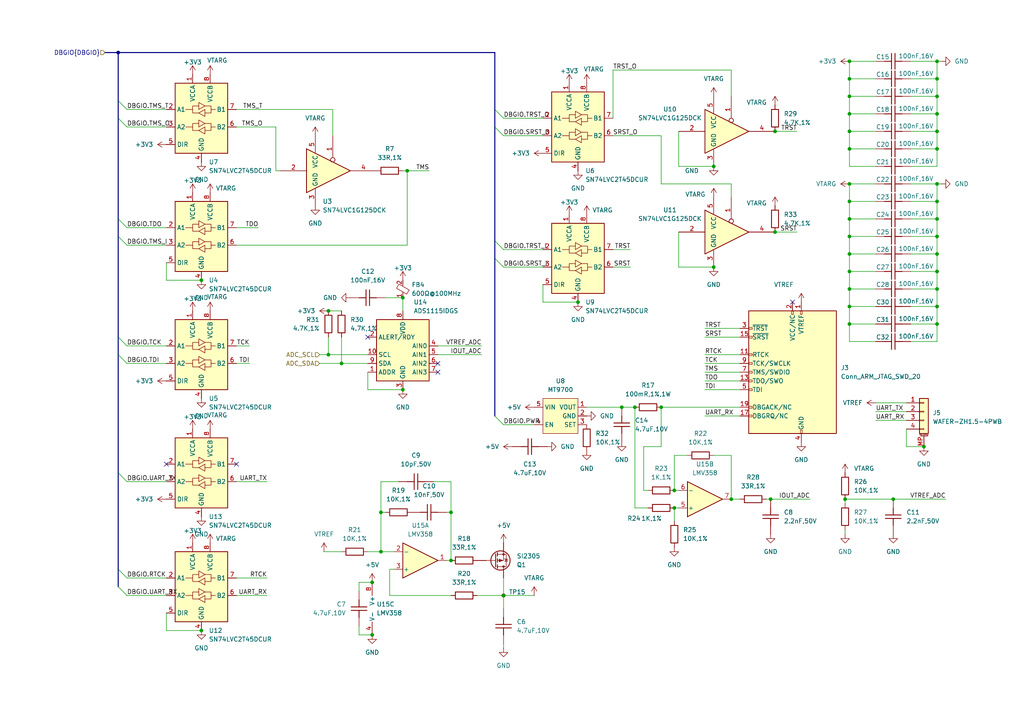
<source format=kicad_sch>
(kicad_sch (version 20250114) (generator "eeschema") (generator_version "9.0")
  (paper "A4")
  (bus_alias "DBGIO" (members "TMS_T" "TMS_I" "TMS_O" "TCK" "TDI" "UART_TX" "UART_RX" "PWR" "TRST_O" "TRST_I" "SRST_O" "SRST_I" "TDO" "RTCK"))
  (junction (at 246.38 17.78))
  (junction (at 271.78 43.18))
  (junction (at 116.84 86.36))
  (junction (at 271.78 78.74))
  (junction (at 180.34 118.11))
  (junction (at 246.38 53.34))
  (junction (at 246.38 33.02))
  (junction (at 271.78 22.86))
  (junction (at 130.81 148.59))
  (junction (at 271.78 33.02))
  (junction (at 271.78 38.1))
  (junction (at 271.78 93.98))
  (junction (at 246.38 22.86))
  (junction (at 110.49 148.59))
  (junction (at 246.38 68.58))
  (junction (at 271.78 83.82))
  (junction (at 246.38 27.94))
  (junction (at 195.58 147.32))
  (junction (at 267.97 129.54))
  (junction (at 245.11 144.78))
  (junction (at 224.79 38.1))
  (junction (at 95.25 102.87))
  (junction (at 271.78 88.9))
  (junction (at 207.01 77.47))
  (junction (at 116.84 113.03))
  (junction (at 34.29 15.24))
  (junction (at 259.08 144.78))
  (junction (at 271.78 53.34))
  (junction (at 271.78 58.42))
  (junction (at 212.09 144.78))
  (junction (at 246.38 93.98))
  (junction (at 167.64 87.63))
  (junction (at 246.38 63.5))
  (junction (at 195.58 142.24))
  (junction (at 118.11 49.53))
  (junction (at 110.49 160.02))
  (junction (at 246.38 73.66))
  (junction (at 271.78 27.94))
  (junction (at 246.38 83.82))
  (junction (at 107.95 168.91))
  (junction (at 246.38 78.74))
  (junction (at 95.25 90.17))
  (junction (at 58.42 81.28))
  (junction (at 146.05 172.72))
  (junction (at 271.78 63.5))
  (junction (at 58.42 182.88))
  (junction (at 224.79 67.31))
  (junction (at 246.38 43.18))
  (junction (at 271.78 73.66))
  (junction (at 271.78 68.58))
  (junction (at 246.38 38.1))
  (junction (at 271.78 17.78))
  (junction (at 223.52 144.78))
  (junction (at 191.77 118.11))
  (junction (at 246.38 58.42))
  (junction (at 184.15 118.11))
  (junction (at 99.06 105.41))
  (junction (at 207.01 48.26))
  (junction (at 107.95 184.15))
  (junction (at 246.38 88.9))
  (junction (at 130.81 162.56))
  (no_connect (at 229.87 87.63))
  (no_connect (at 68.58 134.62))
  (no_connect (at 48.26 134.62))
  (no_connect (at 106.68 97.79))
  (no_connect (at 127 107.95))
  (no_connect (at 127 105.41))
  (bus_entry (at 36.83 71.12) (size -2.54 -2.54))
  (bus_entry (at 36.83 36.83) (size -2.54 -2.54))
  (bus_entry (at 36.83 172.72) (size -2.54 -2.54))
  (bus_entry (at 36.83 105.41) (size -2.54 -2.54))
  (bus_entry (at 36.83 66.04) (size -2.54 -2.54))
  (bus_entry (at 146.05 39.37) (size -2.54 -2.54))
  (bus_entry (at 146.05 72.39) (size -2.54 -2.54))
  (bus_entry (at 143.51 120.65) (size 2.54 2.54))
  (bus_entry (at 36.83 100.33) (size -2.54 -2.54))
  (bus_entry (at 36.83 167.64) (size -2.54 -2.54))
  (bus_entry (at 146.05 77.47) (size -2.54 -2.54))
  (bus_entry (at 36.83 31.75) (size -2.54 -2.54))
  (bus_entry (at 146.05 34.29) (size -2.54 -2.54))
  (bus_entry (at 36.83 139.7) (size -2.54 -2.54))
  (wire (pts (xy 195.58 147.32) (xy 196.85 147.32)))
  (wire (pts (xy 196.85 38.1) (xy 196.85 48.26)))
  (wire (pts (xy 177.8 20.32) (xy 212.09 20.32)))
  (wire (pts (xy 186.69 129.54) (xy 191.77 129.54)))
  (wire (pts (xy 199.39 132.08) (xy 195.58 132.08)))
  (wire (pts (xy 95.25 90.17) (xy 99.06 90.17)))
  (wire (pts (xy 271.78 78.74) (xy 271.78 83.82)))
  (wire (pts (xy 196.85 48.26) (xy 207.01 48.26)))
  (wire (pts (xy 246.38 33.02) (xy 246.38 38.1)))
  (wire (pts (xy 246.38 58.42) (xy 246.38 63.5)))
  (wire (pts (xy 80.01 36.83) (xy 80.01 49.53)))
  (wire (pts (xy 245.11 154.94) (xy 245.11 153.67)))
  (wire (pts (xy 186.69 142.24) (xy 187.96 142.24)))
  (wire (pts (xy 170.18 118.11) (xy 180.34 118.11)))
  (wire (pts (xy 191.77 129.54) (xy 191.77 118.11)))
  (wire (pts (xy 104.14 171.45) (xy 104.14 168.91)))
  (wire (pts (xy 36.83 36.83) (xy 48.26 36.83)))
  (wire (pts (xy 271.78 93.98) (xy 271.78 99.06)))
  (wire (pts (xy 77.47 172.72) (xy 68.58 172.72)))
  (wire (pts (xy 246.38 68.58) (xy 254 68.58)))
  (wire (pts (xy 254 116.84) (xy 262.89 116.84)))
  (wire (pts (xy 246.38 78.74) (xy 254 78.74)))
  (wire (pts (xy 264.16 33.02) (xy 271.78 33.02)))
  (wire (pts (xy 129.54 148.59) (xy 130.81 148.59)))
  (wire (pts (xy 130.81 148.59) (xy 130.81 162.56)))
  (wire (pts (xy 92.71 105.41) (xy 99.06 105.41)))
  (wire (pts (xy 113.03 172.72) (xy 130.81 172.72)))
  (bus (pts (xy 34.29 63.5) (xy 34.29 34.29)))
  (bus (pts (xy 34.29 102.87) (xy 34.29 137.16)))
  (wire (pts (xy 113.03 165.1) (xy 113.03 172.72)))
  (wire (pts (xy 96.52 31.75) (xy 96.52 39.37)))
  (wire (pts (xy 246.38 63.5) (xy 254 63.5)))
  (wire (pts (xy 264.16 83.82) (xy 271.78 83.82)))
  (wire (pts (xy 231.14 38.1) (xy 224.79 38.1)))
  (wire (pts (xy 92.71 102.87) (xy 95.25 102.87)))
  (wire (pts (xy 271.78 38.1) (xy 271.78 43.18)))
  (wire (pts (xy 271.78 53.34) (xy 264.16 53.34)))
  (wire (pts (xy 246.38 48.26) (xy 254 48.26)))
  (wire (pts (xy 212.09 20.32) (xy 212.09 27.94)))
  (wire (pts (xy 264.16 63.5) (xy 271.78 63.5)))
  (wire (pts (xy 48.26 182.88) (xy 58.42 182.88)))
  (wire (pts (xy 271.78 43.18) (xy 271.78 48.26)))
  (wire (pts (xy 271.78 63.5) (xy 271.78 68.58)))
  (wire (pts (xy 246.38 58.42) (xy 254 58.42)))
  (wire (pts (xy 212.09 57.15) (xy 212.09 53.34)))
  (wire (pts (xy 204.47 113.03) (xy 214.63 113.03)))
  (wire (pts (xy 191.77 39.37) (xy 191.77 53.34)))
  (wire (pts (xy 177.8 39.37) (xy 191.77 39.37)))
  (wire (pts (xy 180.34 118.11) (xy 184.15 118.11)))
  (wire (pts (xy 264.16 58.42) (xy 271.78 58.42)))
  (wire (pts (xy 36.83 167.64) (xy 48.26 167.64)))
  (wire (pts (xy 246.38 22.86) (xy 254 22.86)))
  (wire (pts (xy 264.16 93.98) (xy 271.78 93.98)))
  (wire (pts (xy 204.47 107.95) (xy 214.63 107.95)))
  (wire (pts (xy 246.38 78.74) (xy 246.38 83.82)))
  (wire (pts (xy 195.58 147.32) (xy 195.58 151.13)))
  (wire (pts (xy 113.03 165.1) (xy 114.3 165.1)))
  (wire (pts (xy 182.88 72.39) (xy 177.8 72.39)))
  (wire (pts (xy 246.38 38.1) (xy 254 38.1)))
  (wire (pts (xy 157.48 87.63) (xy 167.64 87.63)))
  (wire (pts (xy 246.38 43.18) (xy 254 43.18)))
  (wire (pts (xy 48.26 177.8) (xy 48.26 182.88)))
  (wire (pts (xy 245.11 146.05) (xy 245.11 144.78)))
  (wire (pts (xy 271.78 17.78) (xy 264.16 17.78)))
  (wire (pts (xy 48.26 81.28) (xy 58.42 81.28)))
  (wire (pts (xy 191.77 118.11) (xy 214.63 118.11)))
  (wire (pts (xy 212.09 53.34) (xy 191.77 53.34)))
  (wire (pts (xy 246.38 93.98) (xy 254 93.98)))
  (wire (pts (xy 212.09 144.78) (xy 214.63 144.78)))
  (wire (pts (xy 48.26 76.2) (xy 48.26 81.28)))
  (wire (pts (xy 246.38 53.34) (xy 246.38 58.42)))
  (wire (pts (xy 246.38 27.94) (xy 246.38 33.02)))
  (wire (pts (xy 36.83 172.72) (xy 48.26 172.72)))
  (wire (pts (xy 254 119.38) (xy 262.89 119.38)))
  (wire (pts (xy 254 121.92) (xy 262.89 121.92)))
  (wire (pts (xy 264.16 73.66) (xy 271.78 73.66)))
  (wire (pts (xy 106.68 113.03) (xy 116.84 113.03)))
  (wire (pts (xy 246.38 17.78) (xy 254 17.78)))
  (wire (pts (xy 246.38 73.66) (xy 254 73.66)))
  (wire (pts (xy 264.16 88.9) (xy 271.78 88.9)))
  (wire (pts (xy 204.47 110.49) (xy 214.63 110.49)))
  (bus (pts (xy 30.48 15.24) (xy 34.29 15.24)))
  (wire (pts (xy 125.73 139.7) (xy 130.81 139.7)))
  (wire (pts (xy 222.25 144.78) (xy 223.52 144.78)))
  (wire (pts (xy 246.38 73.66) (xy 246.38 78.74)))
  (wire (pts (xy 246.38 63.5) (xy 246.38 68.58)))
  (wire (pts (xy 146.05 34.29) (xy 157.48 34.29)))
  (wire (pts (xy 204.47 120.65) (xy 214.63 120.65)))
  (wire (pts (xy 271.78 58.42) (xy 271.78 63.5)))
  (wire (pts (xy 196.85 77.47) (xy 207.01 77.47)))
  (wire (pts (xy 264.16 27.94) (xy 271.78 27.94)))
  (bus (pts (xy 34.29 165.1) (xy 34.29 137.16)))
  (wire (pts (xy 157.48 82.55) (xy 157.48 87.63)))
  (wire (pts (xy 110.49 148.59) (xy 110.49 160.02)))
  (wire (pts (xy 246.38 22.86) (xy 246.38 27.94)))
  (wire (pts (xy 271.78 22.86) (xy 271.78 27.94)))
  (wire (pts (xy 146.05 39.37) (xy 157.48 39.37)))
  (wire (pts (xy 246.38 99.06) (xy 254 99.06)))
  (wire (pts (xy 264.16 68.58) (xy 271.78 68.58)))
  (wire (pts (xy 204.47 97.79) (xy 214.63 97.79)))
  (wire (pts (xy 196.85 67.31) (xy 196.85 77.47)))
  (wire (pts (xy 146.05 72.39) (xy 157.48 72.39)))
  (wire (pts (xy 262.89 124.46) (xy 262.89 129.54)))
  (wire (pts (xy 146.05 176.53) (xy 146.05 172.72)))
  (bus (pts (xy 143.51 69.85) (xy 143.51 74.93)))
  (wire (pts (xy 104.14 168.91) (xy 107.95 168.91)))
  (wire (pts (xy 264.16 78.74) (xy 271.78 78.74)))
  (wire (pts (xy 68.58 71.12) (xy 118.11 71.12)))
  (wire (pts (xy 246.38 68.58) (xy 246.38 73.66)))
  (wire (pts (xy 207.01 132.08) (xy 212.09 132.08)))
  (wire (pts (xy 246.38 53.34) (xy 254 53.34)))
  (wire (pts (xy 246.38 38.1) (xy 246.38 43.18)))
  (wire (pts (xy 224.79 67.31) (xy 231.14 67.31)))
  (wire (pts (xy 246.38 43.18) (xy 246.38 48.26)))
  (wire (pts (xy 138.43 172.72) (xy 146.05 172.72)))
  (wire (pts (xy 72.39 100.33) (xy 68.58 100.33)))
  (wire (pts (xy 177.8 20.32) (xy 177.8 34.29)))
  (wire (pts (xy 118.11 49.53) (xy 116.84 49.53)))
  (wire (pts (xy 110.49 160.02) (xy 114.3 160.02)))
  (wire (pts (xy 104.14 184.15) (xy 107.95 184.15)))
  (wire (pts (xy 271.78 27.94) (xy 271.78 33.02)))
  (wire (pts (xy 146.05 77.47) (xy 157.48 77.47)))
  (bus (pts (xy 34.29 97.79) (xy 34.29 68.58)))
  (wire (pts (xy 271.78 73.66) (xy 271.78 78.74)))
  (wire (pts (xy 116.84 86.36) (xy 116.84 90.17)))
  (wire (pts (xy 264.16 43.18) (xy 271.78 43.18)))
  (bus (pts (xy 143.51 36.83) (xy 143.51 69.85)))
  (wire (pts (xy 36.83 139.7) (xy 48.26 139.7)))
  (wire (pts (xy 146.05 186.69) (xy 146.05 187.96)))
  (wire (pts (xy 111.76 148.59) (xy 110.49 148.59)))
  (wire (pts (xy 246.38 83.82) (xy 254 83.82)))
  (wire (pts (xy 195.58 132.08) (xy 195.58 142.24)))
  (wire (pts (xy 36.83 71.12) (xy 48.26 71.12)))
  (wire (pts (xy 204.47 102.87) (xy 214.63 102.87)))
  (wire (pts (xy 262.89 129.54) (xy 267.97 129.54)))
  (wire (pts (xy 246.38 33.02) (xy 254 33.02)))
  (wire (pts (xy 245.11 144.78) (xy 259.08 144.78)))
  (wire (pts (xy 204.47 95.25) (xy 214.63 95.25)))
  (wire (pts (xy 271.78 88.9) (xy 271.78 93.98)))
  (wire (pts (xy 146.05 123.19) (xy 154.94 123.19)))
  (wire (pts (xy 106.68 160.02) (xy 110.49 160.02)))
  (wire (pts (xy 246.38 88.9) (xy 246.38 93.98)))
  (wire (pts (xy 139.7 102.87) (xy 127 102.87)))
  (wire (pts (xy 264.16 99.06) (xy 271.78 99.06)))
  (wire (pts (xy 95.25 97.79) (xy 95.25 102.87)))
  (wire (pts (xy 154.94 172.72) (xy 146.05 172.72)))
  (bus (pts (xy 143.51 15.24) (xy 143.51 31.75)))
  (wire (pts (xy 106.68 107.95) (xy 106.68 113.03)))
  (wire (pts (xy 72.39 105.41) (xy 68.58 105.41)))
  (wire (pts (xy 273.05 53.34) (xy 271.78 53.34)))
  (wire (pts (xy 130.81 162.56) (xy 129.54 162.56)))
  (wire (pts (xy 195.58 142.24) (xy 196.85 142.24)))
  (wire (pts (xy 77.47 139.7) (xy 68.58 139.7)))
  (wire (pts (xy 36.83 100.33) (xy 48.26 100.33)))
  (wire (pts (xy 186.69 129.54) (xy 186.69 142.24)))
  (bus (pts (xy 34.29 15.24) (xy 143.51 15.24)))
  (wire (pts (xy 246.38 93.98) (xy 246.38 99.06)))
  (wire (pts (xy 93.98 160.02) (xy 99.06 160.02)))
  (wire (pts (xy 264.16 22.86) (xy 271.78 22.86)))
  (wire (pts (xy 99.06 105.41) (xy 106.68 105.41)))
  (bus (pts (xy 34.29 170.18) (xy 34.29 165.1)))
  (wire (pts (xy 36.83 31.75) (xy 48.26 31.75)))
  (bus (pts (xy 143.51 74.93) (xy 143.51 120.65)))
  (bus (pts (xy 34.29 29.21) (xy 34.29 15.24)))
  (bus (pts (xy 34.29 34.29) (xy 34.29 29.21)))
  (wire (pts (xy 271.78 83.82) (xy 271.78 88.9)))
  (bus (pts (xy 34.29 102.87) (xy 34.29 97.79)))
  (wire (pts (xy 264.16 38.1) (xy 271.78 38.1)))
  (bus (pts (xy 34.29 68.58) (xy 34.29 63.5)))
  (wire (pts (xy 111.76 86.36) (xy 116.84 86.36)))
  (wire (pts (xy 273.05 17.78) (xy 271.78 17.78)))
  (wire (pts (xy 271.78 33.02) (xy 271.78 38.1)))
  (wire (pts (xy 259.08 144.78) (xy 274.32 144.78)))
  (wire (pts (xy 130.81 139.7) (xy 130.81 148.59)))
  (wire (pts (xy 246.38 17.78) (xy 246.38 22.86)))
  (wire (pts (xy 212.09 132.08) (xy 212.09 144.78)))
  (wire (pts (xy 139.7 100.33) (xy 127 100.33)))
  (wire (pts (xy 182.88 77.47) (xy 177.8 77.47)))
  (wire (pts (xy 246.38 88.9) (xy 254 88.9)))
  (wire (pts (xy 118.11 49.53) (xy 118.11 71.12)))
  (wire (pts (xy 80.01 49.53) (xy 81.28 49.53)))
  (wire (pts (xy 104.14 181.61) (xy 104.14 184.15)))
  (wire (pts (xy 110.49 139.7) (xy 110.49 148.59)))
  (wire (pts (xy 146.05 167.64) (xy 146.05 172.72)))
  (wire (pts (xy 271.78 68.58) (xy 271.78 73.66)))
  (wire (pts (xy 184.15 118.11) (xy 184.15 147.32)))
  (wire (pts (xy 36.83 105.41) (xy 48.26 105.41)))
  (wire (pts (xy 223.52 144.78) (xy 234.95 144.78)))
  (wire (pts (xy 110.49 139.7) (xy 115.57 139.7)))
  (wire (pts (xy 246.38 27.94) (xy 254 27.94)))
  (wire (pts (xy 204.47 105.41) (xy 214.63 105.41)))
  (wire (pts (xy 118.11 49.53) (xy 124.4927 49.53)))
  (wire (pts (xy 36.83 66.04) (xy 48.26 66.04)))
  (bus (pts (xy 143.51 31.75) (xy 143.51 36.83)))
  (wire (pts (xy 187.96 147.32) (xy 184.15 147.32)))
  (wire (pts (xy 68.58 36.83) (xy 80.01 36.83)))
  (wire (pts (xy 99.06 97.79) (xy 99.06 105.41)))
  (wire (pts (xy 271.78 53.34) (xy 271.78 58.42)))
  (wire (pts (xy 246.38 83.82) (xy 246.38 88.9)))
  (wire (pts (xy 77.47 167.64) (xy 68.58 167.64)))
  (wire (pts (xy 271.78 17.78) (xy 271.78 22.86)))
  (wire (pts (xy 74.93 66.04) (xy 68.58 66.04)))
  (wire (pts (xy 264.16 48.26) (xy 271.78 48.26)))
  (wire (pts (xy 68.58 31.75) (xy 96.52 31.75)))
  (wire (pts (xy 95.25 102.87) (xy 106.68 102.87)))
  (label "TCK" (at 204.47 105.41 0))
  (label "DBGIO.TRST_I" (at 146.0773 72.39 0))
  (label "SRST_O" (at 177.8 39.37 0))
  (label "TMS_O" (at 76.2 36.83 180))
  (label "DBGIO.TMS_O" (at 36.83 36.83 0))
  (label "TRST" (at 182.88 72.39 180))
  (label "TDI" (at 204.47 113.03 0))
  (label "TDO" (at 74.93 66.04 180))
  (label "DBGIO.TDI" (at 36.83 105.41 0))
  (label "UART_TX" (at 77.47 139.7 180))
  (label "UART_RX" (at 254 121.92 0))
  (label "SRST" (at 182.88 77.47 180))
  (label "DBGIO.SRST_O" (at 146.05 39.37 0))
  (label "DBGIO.UART_TX" (at 36.83 139.7 0))
  (label "RTCK" (at 77.47 167.64 180))
  (label "VTREF_ADC" (at 139.7 100.33 180))
  (label "DBGIO.TRST_O" (at 146.0773 34.29 0))
  (label "TRST" (at 204.47 95.25 0))
  (label "DBGIO.TMS_T" (at 36.83 31.75 0))
  (label "RTCK" (at 204.47 102.87 0))
  (label "TMS" (at 204.47 107.95 0))
  (label "TRST" (at 231.14 38.1 180))
  (label "TRST_O" (at 177.8 20.32 0))
  (label "DBGIO.PWR" (at 146.05 123.19 0))
  (label "SRST" (at 231.14 67.31 180))
  (label "SRST" (at 204.47 97.79 0))
  (label "TMS_T" (at 76.2 31.75 180))
  (label "IOUT_ADC" (at 139.7 102.87 180))
  (label "DBGIO.RTCK" (at 36.83 167.64 0))
  (label "DBGIO.TMS_I" (at 36.83 71.12 0))
  (label "DBGIO.TCK" (at 36.83 100.33 0))
  (label "IOUT_ADC" (at 234.95 144.78 180))
  (label "VTREF_ADC" (at 274.32 144.78 180))
  (label "TMS" (at 124.4927 49.53 180))
  (label "UART_TX" (at 254 119.38 0))
  (label "UART_RX" (at 77.47 172.72 180))
  (label "TDO" (at 204.47 110.49 0))
  (label "DBGIO.TDO" (at 36.83 66.04 0))
  (label "TCK" (at 72.39 100.33 180))
  (label "DBGIO.SRST_I" (at 146.05 77.47 0))
  (label "DBGIO.UART_RX" (at 36.83 172.72 0))
  (label "TDI" (at 72.39 105.41 180))
  (label "UART_RX" (at 204.47 120.65 0))
  (hierarchical_label "ADC_SCL" (shape input) (at 92.71 102.87 180))
  (hierarchical_label "ADC_SDA" (shape input) (at 92.71 105.41 180))
  (hierarchical_label "DBGIO{DBGIO}" (shape input) (at 30.48 15.24 180))
  (symbol (lib_id "Amplifier_Operational:LMV358") (at 121.92 162.56 0) (mirror x) (unit 1)
    (property "Reference" "U15" (at 121.92 152.4 0))
    (property "Value" "LMV358" (at 121.92 154.94 0))
    (property "Footprint" "Package_SO:SOIC-8_3.9x4.9mm_P1.27mm" (effects (hide yes)))
    (property "Datasheet" "http://www.ti.com/lit/ds/symlink/lmv324.pdf" (effects (hide yes)))
    (property "Description" "Dual Low-Voltage Rail-to-Rail Output Operational Amplifiers, SOIC-8/SSOP-8" (effects (hide yes)))
  )
  (symbol (lib_id "power:GND") (at 273.05 53.34 90) (unit 1)
    (property "Reference" "#PWR0103" (effects (hide yes)))
    (property "Value" "GND" (at 276.86 53.3399 90) (effects (justify right)))
    (property "Description" "Power symbol creates a global label with name \"GND\" , ground" (effects (hide yes)))
  )
  (symbol (lib_id "power:GND") (at 180.34 128.27 0) (unit 1)
    (property "Reference" "#PWR099" (effects (hide yes)))
    (property "Value" "GND" (at 180.34 133.35 0))
    (property "Description" "Power symbol creates a global label with name \"GND\" , ground" (effects (hide yes)))
  )
  (symbol (lib_id "power:GND") (at 58.42 46.99 0) (unit 1)
    (property "Reference" "#PWR052" (effects (hide yes)))
    (property "Value" "GND" (at 58.42 52.07 0))
    (property "Description" "Power symbol creates a global label with name \"GND\" , ground" (effects (hide yes)))
  )
  (symbol (lib_id "Logic_LevelTranslator:SN74LVC2T45DCUR") (at 58.42 102.87 0) (unit 1)
    (property "Reference" "U5" (at 60.5633 115.57 0) (effects (justify left)))
    (property "Value" "SN74LVC2T45DCUR" (at 60.5633 118.11 0) (effects (justify left)))
    (property "Footprint" "Package_SO:VSSOP-8_2.3x2mm_P0.5mm" (effects (hide yes)))
    (property "Datasheet" "http://www.ti.com/lit/ds/symlink/sn74lvc2t45.pdf" (effects (hide yes)))
    (property "Description" "Dual-Bit Dual-Supply Bus Transceiver With Configurable Voltage Translation and 3-State Outputs, VSSOP-8" (effects (hide yes)))
  )
  (symbol (lib_id "power:GND") (at 58.42 149.86 0) (unit 1)
    (property "Reference" "#PWR076" (effects (hide yes)))
    (property "Value" "GND" (at 58.42 154.94 0))
    (property "Description" "Power symbol creates a global label with name \"GND\" , ground" (effects (hide yes)))
  )
  (symbol (lib_id "HPM6280Foc:CC0402KRX7R7BB104") (at 259.08 68.58 0) (unit 1)
    (property "Reference" "C25" (at 256.032 67.31 0))
    (property "Value" "100nF,16V" (at 265.684 67.056 0))
    (property "Footprint" "Capacitor_SMD:C_0402_1005Metric" (effects (hide yes)))
    (property "华秋编号" "G0042289" (effects (hide yes)))
    (property "立创编号" "C60474" (effects (hide yes)))
    (property "制造商" "YAGEO(国巨)" (effects (hide yes)))
  )
  (symbol (lib_id "power:GND") (at 58.42 182.88 0) (unit 1)
    (property "Reference" "#PWR072" (effects (hide yes)))
    (property "Value" "GND" (at 58.42 187.96 0))
    (property "Description" "Power symbol creates a global label with name \"GND\" , ground" (effects (hide yes)))
  )
  (symbol (lib_id "power:+1V0") (at 60.96 21.59 0) (unit 1)
    (property "Reference" "#PWR046" (effects (hide yes)))
    (property "Value" "VTARG" (at 62.992 17.526 0))
    (property "Description" "Power symbol creates a global label with name \"+1V0\"" (effects (hide yes)))
  )
  (symbol (lib_id "power:+3V3") (at 48.26 41.91 90) (unit 1)
    (property "Reference" "#PWR53" (effects (hide yes)))
    (property "Value" "+3V3" (at 44.45 41.9099 90) (effects (justify left)))
    (property "Description" "Power symbol creates a global label with name \"+3V3\"" (effects (hide yes)))
  )
  (symbol (lib_id "HPM6280Foc:0402WGF330JTCE") (at 134.62 162.56 0) (unit 1)
    (property "Reference" "R18" (at 134.62 156.21 0))
    (property "Value" "33R,1%" (at 134.62 158.75 0))
    (property "Footprint" "Resistor_SMD:R_0402_1005Metric" (effects (hide yes)))
    (property "Datasheet" "https://item.szlcsc.com/datasheet/RC0201FR-0733RL/280211.html?spm=sc.it.xds.a___sc.cidn.xh1.zy.n&lcsc_vid=QwNcXlxQFQcLXlxWEwBbBlMDTgAMBAZTEwNcU1EARVkxVlNTTlVZUVdTQVNXVDtW" (effects (hide yes)))
    (property "Description" "厚膜电阻 33Ω ±1% 50mW" (effects (hide yes)))
    (property "立创编号" "C25105" (effects (hide yes)))
    (property "华秋编号" "G0064864" (effects (hide yes)))
  )
  (symbol (lib_id "power:+3V3") (at 116.84 81.28 0) (unit 1)
    (property "Reference" "#PWR089" (effects (hide yes)))
    (property "Value" "+3V3" (at 116.84 77.724 0))
    (property "Description" "Power symbol creates a global label with name \"+3V3\"" (effects (hide yes)))
  )
  (symbol (lib_id "HPM6280Foc:CC0402JRNPO9BN100") (at 120.65 139.7 0) (unit 1)
    (property "Reference" "C9" (at 120.65 132.08 0))
    (property "Value" "10pF,50V" (at 120.65 134.62 0))
    (property "Footprint" "Capacitor_SMD:C_0402_1005Metric" (effects (hide yes)))
    (property "华秋编号" "G0050822" (effects (hide yes)))
    (property "立创编号" "C106199" (effects (hide yes)))
    (property "制造商" "YAGEO(国巨)" (effects (hide yes)))
  )
  (symbol (lib_id "HPM6280Foc:0402WGF1002TCE") (at 245.11 140.97 270) (unit 1)
    (property "Reference" "R26" (at 247.65 139.6999 90) (effects (justify left)))
    (property "Value" "10K,1%" (at 247.65 142.2399 90) (effects (justify left)))
    (property "Footprint" "Resistor_SMD:R_0402_1005Metric" (effects (hide yes)))
    (property "Datasheet" "https://atta.szlcsc.com/upload/public/pdf/source/20200306/C422600_1E6D84923E4A46A82E41ADD87F860B5C.pdf" (effects (hide yes)))
    (property "Description" "厚膜电阻 33Ω ±1% 50mW" (effects (hide yes)))
    (property "立创编号" "C25744" (effects (hide yes)))
    (property "华秋编号" "G0063278" (effects (hide yes)))
  )
  (symbol (lib_id "power:+3V3") (at 55.88 157.48 0) (unit 1)
    (property "Reference" "#PWR70" (effects (hide yes)))
    (property "Value" "+3V3" (at 55.88 153.924 0))
    (property "Description" "Power symbol creates a global label with name \"+3V3\"" (effects (hide yes)))
  )
  (symbol (lib_id "power:GND") (at 259.08 154.94 0) (unit 1)
    (property "Reference" "#PWR092" (effects (hide yes)))
    (property "Value" "GND" (at 259.08 160.02 0))
    (property "Description" "Power symbol creates a global label with name \"GND\" , ground" (effects (hide yes)))
  )
  (symbol (lib_id "power:GND") (at 273.05 17.78 90) (unit 1)
    (property "Reference" "#PWR0101" (effects (hide yes)))
    (property "Value" "GND" (at 276.86 17.7799 90) (effects (justify right)))
    (property "Description" "Power symbol creates a global label with name \"GND\" , ground" (effects (hide yes)))
  )
  (symbol (lib_id "power:+1V0") (at 224.79 59.69 0) (unit 1)
    (property "Reference" "#PWR0107" (effects (hide yes)))
    (property "Value" "VTARG" (at 219.456 58.928 0))
    (property "Description" "Power symbol creates a global label with name \"+1V0\"" (effects (hide yes)))
  )
  (symbol (lib_id "power:GND") (at 167.64 87.63 0) (unit 1)
    (property "Reference" "#PWR064" (effects (hide yes)))
    (property "Value" "GND" (at 167.64 92.71 0))
    (property "Description" "Power symbol creates a global label with name \"GND\" , ground" (effects (hide yes)))
  )
  (symbol (lib_id "HPM6280Foc:CC0402KRX7R7BB104") (at 259.08 27.94 0) (unit 1)
    (property "Reference" "C17" (at 256.032 26.67 0))
    (property "Value" "100nF,16V" (at 265.684 26.416 0))
    (property "Footprint" "Capacitor_SMD:C_0402_1005Metric" (effects (hide yes)))
    (property "华秋编号" "G0042289" (effects (hide yes)))
    (property "立创编号" "C60474" (effects (hide yes)))
    (property "制造商" "YAGEO(国巨)" (effects (hide yes)))
  )
  (symbol (lib_id "HPM6280Foc:CC0402KRX7R9BB103") (at 124.46 148.59 0) (unit 1)
    (property "Reference" "C10" (at 124.46 140.97 0))
    (property "Value" "10nF,50V" (at 124.46 143.51 0))
    (property "Footprint" "Capacitor_SMD:C_0402_1005Metric" (effects (hide yes)))
    (property "Description" "10nF ±10% 50V" (effects (hide yes)))
    (property "立创编号" "C60133" (effects (hide yes)))
  )
  (symbol (lib_id "power:GND") (at 223.52 154.94 0) (unit 1)
    (property "Reference" "#PWR091" (effects (hide yes)))
    (property "Value" "GND" (at 223.52 160.02 0))
    (property "Description" "Power symbol creates a global label with name \"GND\" , ground" (effects (hide yes)))
  )
  (symbol (lib_id "power:+5V") (at 148.59 129.54 90) (mirror x) (unit 1)
    (property "Reference" "#PWR097" (effects (hide yes)))
    (property "Value" "+5V" (at 144.78 129.5399 90) (effects (justify left)))
    (property "Description" "Power symbol creates a global label with name \"+5V\"" (effects (hide yes)))
  )
  (symbol (lib_id "HPM6280Foc:0402WGF4701TCE") (at 224.79 34.29 90) (unit 1)
    (property "Reference" "R29" (at 227.33 33.0199 90) (effects (justify right)))
    (property "Value" "4.7K,1%" (at 227.33 35.5599 90) (effects (justify right)))
    (property "Footprint" "Resistor_SMD:R_0402_1005Metric" (effects (hide yes)))
    (property "华秋编号" "G0065579" (effects (hide yes)))
    (property "立创编号" "C25900" (effects (hide yes)))
    (property "制造商" "UNI-ROYAL(厚声)" (effects (hide yes)))
  )
  (symbol (lib_id "HPM6280Foc:CC0402KRX7R7BB104") (at 259.08 88.9 0) (unit 1)
    (property "Reference" "C30" (at 256.032 87.63 0))
    (property "Value" "100nF,16V" (at 265.684 87.376 0))
    (property "Footprint" "Capacitor_SMD:C_0402_1005Metric" (effects (hide yes)))
    (property "华秋编号" "G0042289" (effects (hide yes)))
    (property "立创编号" "C60474" (effects (hide yes)))
    (property "制造商" "YAGEO(国巨)" (effects (hide yes)))
  )
  (symbol (lib_id "power:+1V0") (at 60.96 157.48 0) (unit 1)
    (property "Reference" "#PWR071" (effects (hide yes)))
    (property "Value" "VTARG" (at 65.532 156.21 0))
    (property "Description" "Power symbol creates a global label with name \"+1V0\"" (effects (hide yes)))
  )
  (symbol (lib_id "74xGxx:SN74LVC1G125DCK") (at 212.09 38.1 0) (unit 1)
    (property "Reference" "U10" (at 194.31 31.6798 0))
    (property "Value" "SN74LVC1G125DCK" (at 194.31 34.2198 0))
    (property "Footprint" "Package_TO_SOT_SMD:Texas_R-PDSO-G5_DCK-5" (effects (hide yes)))
    (property "Datasheet" "http://www.ti.com/lit/ds/symlink/sn74lvc1g125.pdf" (effects (hide yes)))
    (property "Description" "Single Buffer Gate Tri-State, Low-Voltage CMOS, SOT-353" (effects (hide yes)))
  )
  (symbol (lib_id "HPM6280Foc:0402WGF330JTCE") (at 218.44 144.78 0) (unit 1)
    (property "Reference" "R28" (at 218.44 138.43 0))
    (property "Value" "33R,1%" (at 218.44 140.97 0))
    (property "Footprint" "Resistor_SMD:R_0402_1005Metric" (effects (hide yes)))
    (property "Datasheet" "https://item.szlcsc.com/datasheet/RC0201FR-0733RL/280211.html?spm=sc.it.xds.a___sc.cidn.xh1.zy.n&lcsc_vid=QwNcXlxQFQcLXlxWEwBbBlMDTgAMBAZTEwNcU1EARVkxVlNTTlVZUVdTQVNXVDtW" (effects (hide yes)))
    (property "Description" "厚膜电阻 33Ω ±1% 50mW" (effects (hide yes)))
    (property "立创编号" "C25105" (effects (hide yes)))
    (property "华秋编号" "G0064864" (effects (hide yes)))
  )
  (symbol (lib_id "Amplifier_Operational:LMV358") (at 204.47 144.78 0) (mirror x) (unit 2)
    (property "Reference" "U15" (at 204.47 134.62 0))
    (property "Value" "LMV358" (at 204.47 137.16 0))
    (property "Footprint" "Package_SO:SOIC-8_3.9x4.9mm_P1.27mm" (effects (hide yes)))
    (property "Datasheet" "http://www.ti.com/lit/ds/symlink/lmv324.pdf" (effects (hide yes)))
    (property "Description" "Dual Low-Voltage Rail-to-Rail Output Operational Amplifiers, SOIC-8/SSOP-8" (effects (hide yes)))
  )
  (symbol (lib_id "HPM6280Foc:CC0402KRX7R7BB104") (at 259.08 93.98 0) (unit 1)
    (property "Reference" "C31" (at 256.032 92.71 0))
    (property "Value" "100nF,16V" (at 265.684 92.456 0))
    (property "Footprint" "Capacitor_SMD:C_0402_1005Metric" (effects (hide yes)))
    (property "华秋编号" "G0042289" (effects (hide yes)))
    (property "立创编号" "C60474" (effects (hide yes)))
    (property "制造商" "YAGEO(国巨)" (effects (hide yes)))
  )
  (symbol (lib_id "power:+3V3") (at 165.1 24.13 0) (unit 1)
    (property "Reference" "#PWR58" (effects (hide yes)))
    (property "Value" "+3V3" (at 165.1 20.574 0))
    (property "Description" "Power symbol creates a global label with name \"+3V3\"" (effects (hide yes)))
  )
  (symbol (lib_id "Logic_LevelTranslator:SN74LVC2T45DCUR") (at 58.42 137.16 0) (unit 1)
    (property "Reference" "U13" (at 60.5633 149.86 0) (effects (justify left)))
    (property "Value" "SN74LVC2T45DCUR" (at 60.5633 152.4 0) (effects (justify left)))
    (property "Footprint" "Package_SO:VSSOP-8_2.3x2mm_P0.5mm" (effects (hide yes)))
    (property "Datasheet" "http://www.ti.com/lit/ds/symlink/sn74lvc2t45.pdf" (effects (hide yes)))
    (property "Description" "Dual-Bit Dual-Supply Bus Transceiver With Configurable Voltage Translation and 3-State Outputs, VSSOP-8" (effects (hide yes)))
  )
  (symbol (lib_id "HPM6280Foc:CL05A475KP5NRNC") (at 180.34 123.19 90) (unit 1)
    (property "Reference" "C14" (at 184.15 121.9199 90) (effects (justify right)))
    (property "Value" "4.7uF,10V" (at 184.15 124.4599 90) (effects (justify right)))
    (property "Footprint" "Capacitor_SMD:C_0402_1005Metric" (effects (hide yes)))
    (property "华秋编号" "G0087913" (effects (hide yes)))
    (property "立创编号" "C368809" (effects (hide yes)))
    (property "制造商" "SAMSUNG(三星)" (effects (hide yes)))
  )
  (symbol (lib_id "HPM6280Foc:CC0402KRX7R7BB104") (at 259.08 48.26 0) (unit 1)
    (property "Reference" "C21" (at 256.032 46.99 0))
    (property "Value" "100nF,16V" (at 265.684 46.736 0))
    (property "Footprint" "Capacitor_SMD:C_0402_1005Metric" (effects (hide yes)))
    (property "华秋编号" "G0042289" (effects (hide yes)))
    (property "立创编号" "C60474" (effects (hide yes)))
    (property "制造商" "YAGEO(国巨)" (effects (hide yes)))
  )
  (symbol (lib_id "power:GND") (at 107.95 184.15 0) (unit 1)
    (property "Reference" "#PWR079" (effects (hide yes)))
    (property "Value" "GND" (at 107.95 189.23 0))
    (property "Description" "Power symbol creates a global label with name \"GND\" , ground" (effects (hide yes)))
  )
  (symbol (lib_id "HPM6280Foc:CC0402KRX7R7BB104") (at 259.08 58.42 0) (unit 1)
    (property "Reference" "C23" (at 256.032 57.15 0))
    (property "Value" "100nF,16V" (at 265.684 56.896 0))
    (property "Footprint" "Capacitor_SMD:C_0402_1005Metric" (effects (hide yes)))
    (property "华秋编号" "G0042289" (effects (hide yes)))
    (property "立创编号" "C60474" (effects (hide yes)))
    (property "制造商" "YAGEO(国巨)" (effects (hide yes)))
  )
  (symbol (lib_id "power:GND") (at 245.11 154.94 0) (unit 1)
    (property "Reference" "#PWR090" (effects (hide yes)))
    (property "Value" "GND" (at 245.11 160.02 0))
    (property "Description" "Power symbol creates a global label with name \"GND\" , ground" (effects (hide yes)))
  )
  (symbol (lib_id "HPM6280Foc:0402WGF4701TCE") (at 224.79 63.5 90) (unit 1)
    (property "Reference" "R33" (at 227.33 62.2299 90) (effects (justify right)))
    (property "Value" "4.7K,1%" (at 227.33 64.7699 90) (effects (justify right)))
    (property "Footprint" "Resistor_SMD:R_0402_1005Metric" (effects (hide yes)))
    (property "华秋编号" "G0065579" (effects (hide yes)))
    (property "立创编号" "C25900" (effects (hide yes)))
    (property "制造商" "UNI-ROYAL(厚声)" (effects (hide yes)))
  )
  (symbol (lib_id "power:GND") (at 146.05 187.96 0) (unit 1)
    (property "Reference" "#PWR081" (effects (hide yes)))
    (property "Value" "GND" (at 146.05 193.04 0))
    (property "Description" "Power symbol creates a global label with name \"GND\" , ground" (effects (hide yes)))
  )
  (symbol (lib_id "power:GND") (at 58.42 81.28 0) (unit 1)
    (property "Reference" "#PWR044" (effects (hide yes)))
    (property "Value" "GND" (at 58.42 86.36 0))
    (property "Description" "Power symbol creates a global label with name \"GND\" , ground" (effects (hide yes)))
  )
  (symbol (lib_id "Amplifier_Operational:LMV358") (at 110.49 176.53 0) (unit 3)
    (property "Reference" "U15" (at 109.22 175.2599 0) (effects (justify left)))
    (property "Value" "LMV358" (at 109.22 177.7999 0) (effects (justify left)))
    (property "Footprint" "Package_SO:SOIC-8_3.9x4.9mm_P1.27mm" (effects (hide yes)))
    (property "Datasheet" "http://www.ti.com/lit/ds/symlink/lmv324.pdf" (effects (hide yes)))
    (property "Description" "Dual Low-Voltage Rail-to-Rail Output Operational Amplifiers, SOIC-8/SSOP-8" (effects (hide yes)))
  )
  (symbol (lib_id "HPM6280Foc:WAFER-ZH1.5-4PWB") (at 267.97 120.65 0) (unit 1)
    (property "Reference" "J5" (at 270.51 119.7355 0) (effects (justify left)))
    (property "Value" "WAFER-ZH1.5-4PWB" (at 270.51 122.2755 0) (effects (justify left)))
    (property "Footprint" "Library:ZH_SM04_1.50mm_Horizontal" (effects (hide yes)))
    (property "Datasheet" "https://www.xunpu.com.cn/uploadfile/202307/78d9f7bd5df3bdc.pdf" (effects (hide yes)))
    (property "立创编号" "C3029424" (effects (hide yes)))
    (property "华秋编号" "G6593627" (effects (hide yes)))
  )
  (symbol (lib_id "HPM6280Foc:CC0402KRX7R7BB104") (at 259.08 43.18 0) (unit 1)
    (property "Reference" "C20" (at 256.032 41.91 0))
    (property "Value" "100nF,16V" (at 265.684 41.656 0))
    (property "Footprint" "Capacitor_SMD:C_0402_1005Metric" (effects (hide yes)))
    (property "华秋编号" "G0042289" (effects (hide yes)))
    (property "立创编号" "C60474" (effects (hide yes)))
    (property "制造商" "YAGEO(国巨)" (effects (hide yes)))
  )
  (symbol (lib_id "HPM6280Foc:CC0402KRX7R7BB104") (at 259.08 38.1 0) (unit 1)
    (property "Reference" "C19" (at 256.032 36.83 0))
    (property "Value" "100nF,16V" (at 265.684 36.576 0))
    (property "Footprint" "Capacitor_SMD:C_0402_1005Metric" (effects (hide yes)))
    (property "华秋编号" "G0042289" (effects (hide yes)))
    (property "立创编号" "C60474" (effects (hide yes)))
    (property "制造商" "YAGEO(国巨)" (effects (hide yes)))
  )
  (symbol (lib_id "power:+1V0") (at 60.96 124.46 0) (unit 1)
    (property "Reference" "#PWR074" (effects (hide yes)))
    (property "Value" "VTARG" (at 62.992 120.396 0))
    (property "Description" "Power symbol creates a global label with name \"+1V0\"" (effects (hide yes)))
  )
  (symbol (lib_id "HPM6280Foc:CC0402KRX7R7BB104") (at 106.68 86.36 0) (unit 1)
    (property "Reference" "C12" (at 106.68 78.74 0))
    (property "Value" "100nF,16V" (at 106.68 81.28 0))
    (property "Footprint" "Capacitor_SMD:C_0402_1005Metric" (effects (hide yes)))
    (property "华秋编号" "G0042289" (effects (hide yes)))
    (property "立创编号" "C60474" (effects (hide yes)))
    (property "制造商" "YAGEO(国巨)" (effects (hide yes)))
  )
  (symbol (lib_id "HPM6280Foc:SI2305") (at 143.51 162.56 0) (mirror x) (unit 1)
    (property "Reference" "Q1" (at 149.86 163.8301 0) (effects (justify left)))
    (property "Value" "SI2305" (at 149.86 161.2901 0) (effects (justify left)))
    (property "Footprint" "Package_TO_SOT_SMD:SOT-23-3" (effects (hide yes)))
    (property "Datasheet" "https://item.szlcsc.com/datasheet/SI2305/192485.html?spm=sc.it.xds.a___sc.gbn.xh1.zy.t&lcsc_vid=RFRfBVcDE1AKVwFQFlNZVFdVEVVeBlJXT1hWXgUERFUxVlNSTlZaUlFRR1dcXzsOAxUeFF5JWAgaAglIBBsCBBcFWQIBCks%3D" (effects (hide yes)))
    (property "Description" "1个P沟道 耐压:12V 电流:4.1A" (effects (hide yes)))
    (property "华秋编号" "G5052235" (effects (hide yes)))
    (property "立创编号" "C181088" (effects (hide yes)))
  )
  (symbol (lib_id "power:+1V0") (at 60.96 90.17 0) (unit 1)
    (property "Reference" "#PWR055" (effects (hide yes)))
    (property "Value" "VTARG" (at 62.992 86.106 0))
    (property "Description" "Power symbol creates a global label with name \"+1V0\"" (effects (hide yes)))
  )
  (symbol (lib_id "power:GND") (at 58.42 115.57 0) (unit 1)
    (property "Reference" "#PWR057" (effects (hide yes)))
    (property "Value" "GND" (at 58.42 120.65 0))
    (property "Description" "Power symbol creates a global label with name \"GND\" , ground" (effects (hide yes)))
  )
  (symbol (lib_id "HPM6280Foc:0402WGF1002TCE") (at 170.18 127 270) (unit 1)
    (property "Reference" "R32" (at 172.72 125.7299 90) (effects (justify left)))
    (property "Value" "10K,1%" (at 172.72 128.2699 90) (effects (justify left)))
    (property "Footprint" "Resistor_SMD:R_0402_1005Metric" (effects (hide yes)))
    (property "Datasheet" "https://atta.szlcsc.com/upload/public/pdf/source/20200306/C422600_1E6D84923E4A46A82E41ADD87F860B5C.pdf" (effects (hide yes)))
    (property "华秋编号" "G0063278" (effects (hide yes)))
    (property "立创编号" "C25744" (effects (hide yes)))
  )
  (symbol (lib_id "HPM6280Foc:0402B222K500NT") (at 259.08 149.86 90) (unit 1)
    (property "Reference" "C11" (at 262.89 148.5899 90) (effects (justify right)))
    (property "Value" "2.2nF,50V" (at 262.89 151.1299 90) (effects (justify right)))
    (property "Footprint" "Capacitor_SMD:C_0402_1005Metric" (effects (hide yes)))
    (property "Datasheet" "https://item.szlcsc.com/datasheet/0402B222K500NT/1883.html?spm=sc.it.xds.a___sc.cidn.xh12.zy.t&lcsc_vid=RFRfBVcDE1AKVwFQFlNZVFdVEVVeBlJXT1hWXgUERFUxVlNSTlNcVldfT1VbXjsOAxUeFF5JWA0HFBBIBBsCBBcFWQIBCks%3D" (effects (hide yes)))
    (property "Description" "2.2nF ±10% 50V" (effects (hide yes)))
    (property "华秋编号" "G0069655" (effects (hide yes)))
    (property "立创编号" "C1531" (effects (hide yes)))
  )
  (symbol (lib_id "power:+3V3") (at 157.48 44.45 90) (unit 1)
    (property "Reference" "#PWR60" (effects (hide yes)))
    (property "Value" "+3V3" (at 153.67 44.4499 90) (effects (justify left)))
    (property "Description" "Power symbol creates a global label with name \"+3V3\"" (effects (hide yes)))
  )
  (symbol (lib_id "HPM6280Foc:test_point") (at 146.05 172.72 0) (unit 1) (in_bom no)
    (property "Reference" "TP15" (at 147.574 171.704 0) (effects (justify left)))
    (property "Footprint" "Library:test_point_0.5mm" (effects (hide yes)))
  )
  (symbol (lib_id "HPM6280Foc:CL05A475KP5NRNC") (at 104.14 176.53 90) (unit 1)
    (property "Reference" "C7" (at 100.33 175.2599 90) (effects (justify left)))
    (property "Value" "4.7uF,10V" (at 100.33 177.7999 90) (effects (justify left)))
    (property "Footprint" "Capacitor_SMD:C_0402_1005Metric" (effects (hide yes)))
    (property "华秋编号" "G0087913" (effects (hide yes)))
    (property "立创编号" "C368809" (effects (hide yes)))
    (property "制造商" "SAMSUNG(三星)" (effects (hide yes)))
  )
  (symbol (lib_id "power:GND") (at 167.64 49.53 0) (unit 1)
    (property "Reference" "#PWR061" (effects (hide yes)))
    (property "Value" "GND" (at 167.64 54.61 0))
    (property "Description" "Power symbol creates a global label with name \"GND\" , ground" (effects (hide yes)))
  )
  (symbol (lib_id "power:+1V0") (at 254 116.84 90) (unit 1)
    (property "Reference" "#PWR0115" (effects (hide yes)))
    (property "Value" "VTREF" (at 250.19 116.8399 90) (effects (justify left)))
    (property "Description" "Power symbol creates a global label with name \"+1V0\"" (effects (hide yes)))
  )
  (symbol (lib_id "HPM6280Foc:0402WGF1001TCE") (at 191.77 147.32 0) (unit 1)
    (property "Reference" "R24" (at 183.896 150.368 0))
    (property "Value" "1K,1%" (at 188.976 150.368 0))
    (property "Footprint" "Resistor_SMD:R_0402_1005Metric" (effects (hide yes)))
    (property "华秋编号" "G0063277" (effects (hide yes)))
    (property "立创编号" "C11702" (effects (hide yes)))
  )
  (symbol (lib_id "power:+1V0") (at 91.44 39.37 0) (unit 1)
    (property "Reference" "#PWR051" (effects (hide yes)))
    (property "Value" "VTARG" (at 91.44 34.29 0))
    (property "Description" "Power symbol creates a global label with name \"+1V0\"" (effects (hide yes)))
  )
  (symbol (lib_id "Logic_LevelTranslator:SN74LVC2T45DCUR") (at 58.42 170.18 0) (unit 1)
    (property "Reference" "U12" (at 60.5633 182.88 0) (effects (justify left)))
    (property "Value" "SN74LVC2T45DCUR" (at 60.5633 185.42 0) (effects (justify left)))
    (property "Footprint" "Package_SO:VSSOP-8_2.3x2mm_P0.5mm" (effects (hide yes)))
    (property "Datasheet" "http://www.ti.com/lit/ds/symlink/sn74lvc2t45.pdf" (effects (hide yes)))
    (property "Description" "Dual-Bit Dual-Supply Bus Transceiver With Configurable Voltage Translation and 3-State Outputs, VSSOP-8" (effects (hide yes)))
  )
  (symbol (lib_id "Logic_LevelTranslator:SN74LVC2T45DCUR") (at 58.42 68.58 0) (unit 1)
    (property "Reference" "U4" (at 60.5633 81.28 0) (effects (justify left)))
    (property "Value" "SN74LVC2T45DCUR" (at 60.5633 83.82 0) (effects (justify left)))
    (property "Footprint" "Package_SO:VSSOP-8_2.3x2mm_P0.5mm" (effects (hide yes)))
    (property "Datasheet" "http://www.ti.com/lit/ds/symlink/sn74lvc2t45.pdf" (effects (hide yes)))
    (property "Description" "Dual-Bit Dual-Supply Bus Transceiver With Configurable Voltage Translation and 3-State Outputs, VSSOP-8" (effects (hide yes)))
  )
  (symbol (lib_id "HPM6280Foc:0402WGF1002TCE") (at 115.57 148.59 0) (unit 1)
    (property "Reference" "R19" (at 115.57 142.24 0))
    (property "Value" "10K,1%" (at 115.57 144.78 0))
    (property "Footprint" "Resistor_SMD:R_0402_1005Metric" (effects (hide yes)))
    (property "Datasheet" "https://atta.szlcsc.com/upload/public/pdf/source/20200306/C422600_1E6D84923E4A46A82E41ADD87F860B5C.pdf" (effects (hide yes)))
    (property "Description" "厚膜电阻 33Ω ±1% 50mW" (effects (hide yes)))
    (property "立创编号" "C25744" (effects (hide yes)))
    (property "华秋编号" "G0063278" (effects (hide yes)))
  )
  (symbol (lib_id "power:GND") (at 195.58 158.75 0) (unit 1)
    (property "Reference" "#PWR086" (effects (hide yes)))
    (property "Value" "GND" (at 195.58 163.83 0))
    (property "Description" "Power symbol creates a global label with name \"GND\" , ground" (effects (hide yes)))
  )
  (symbol (lib_id "power:+5V") (at 107.95 168.91 0) (unit 1)
    (property "Reference" "#PWR078" (effects (hide yes)))
    (property "Value" "+5V" (at 107.95 163.83 0))
    (property "Description" "Power symbol creates a global label with name \"+5V\"" (effects (hide yes)))
  )
  (symbol (lib_id "HPM6280Foc:0402B222K500NT") (at 223.52 149.86 90) (unit 1)
    (property "Reference" "C8" (at 227.33 148.5899 90) (effects (justify right)))
    (property "Value" "2.2nF,50V" (at 227.33 151.1299 90) (effects (justify right)))
    (property "Footprint" "Capacitor_SMD:C_0402_1005Metric" (effects (hide yes)))
    (property "Datasheet" "https://item.szlcsc.com/datasheet/0402B222K500NT/1883.html?spm=sc.it.xds.a___sc.cidn.xh12.zy.t&lcsc_vid=RFRfBVcDE1AKVwFQFlNZVFdVEVVeBlJXT1hWXgUERFUxVlNSTlNcVldfT1VbXjsOAxUeFF5JWA0HFBBIBBsCBBcFWQIBCks%3D" (effects (hide yes)))
    (property "Description" "2.2nF ±10% 50V" (effects (hide yes)))
    (property "华秋编号" "G0069655" (effects (hide yes)))
    (property "立创编号" "C1531" (effects (hide yes)))
  )
  (symbol (lib_id "power:GND") (at 91.44 59.69 0) (unit 1)
    (property "Reference" "#PWR043" (effects (hide yes)))
    (property "Value" "GND" (at 91.44 64.77 0))
    (property "Description" "Power symbol creates a global label with name \"GND\" , ground" (effects (hide yes)))
  )
  (symbol (lib_id "74xGxx:SN74LVC1G125DCK") (at 212.09 67.31 0) (unit 1)
    (property "Reference" "U11" (at 194.31 60.8898 0))
    (property "Value" "SN74LVC1G125DCK" (at 194.31 63.4298 0))
    (property "Footprint" "Package_TO_SOT_SMD:Texas_R-PDSO-G5_DCK-5" (effects (hide yes)))
    (property "Datasheet" "http://www.ti.com/lit/ds/symlink/sn74lvc1g125.pdf" (effects (hide yes)))
    (property "Description" "Single Buffer Gate Tri-State, Low-Voltage CMOS, SOT-353" (effects (hide yes)))
  )
  (symbol (lib_id "HPM6280Foc:0402WGF330JTCE") (at 134.62 172.72 0) (unit 1)
    (property "Reference" "R20" (at 134.62 166.37 0))
    (property "Value" "33R,1%" (at 134.62 168.91 0))
    (property "Footprint" "Resistor_SMD:R_0402_1005Metric" (effects (hide yes)))
    (property "Datasheet" "https://item.szlcsc.com/datasheet/RC0201FR-0733RL/280211.html?spm=sc.it.xds.a___sc.cidn.xh1.zy.n&lcsc_vid=QwNcXlxQFQcLXlxWEwBbBlMDTgAMBAZTEwNcU1EARVkxVlNTTlVZUVdTQVNXVDtW" (effects (hide yes)))
    (property "Description" "厚膜电阻 33Ω ±1% 50mW" (effects (hide yes)))
    (property "立创编号" "C25105" (effects (hide yes)))
    (property "华秋编号" "G0064864" (effects (hide yes)))
  )
  (symbol (lib_id "power:+3V3") (at 48.26 110.49 90) (unit 1)
    (property "Reference" "#PWR56" (effects (hide yes)))
    (property "Value" "+3V3" (at 44.45 110.4899 90) (effects (justify left)))
    (property "Description" "Power symbol creates a global label with name \"+3V3\"" (effects (hide yes)))
  )
  (symbol (lib_id "power:GND") (at 232.41 128.27 0) (unit 1)
    (property "Reference" "#PWR042" (effects (hide yes)))
    (property "Value" "GND" (at 232.41 133.35 0))
    (property "Description" "Power symbol creates a global label with name \"GND\" , ground" (effects (hide yes)))
  )
  (symbol (lib_id "power:+1V0") (at 207.01 57.15 0) (unit 1)
    (property "Reference" "#PWR067" (effects (hide yes)))
    (property "Value" "VTARG" (at 201.676 56.388 0))
    (property "Description" "Power symbol creates a global label with name \"+1V0\"" (effects (hide yes)))
  )
  (symbol (lib_id "HPM6280Foc:CC0402KRX7R7BB104") (at 259.08 17.78 0) (unit 1)
    (property "Reference" "C15" (at 256.032 16.51 0))
    (property "Value" "100nF,16V" (at 265.684 16.256 0))
    (property "Footprint" "Capacitor_SMD:C_0402_1005Metric" (effects (hide yes)))
    (property "华秋编号" "G0042289" (effects (hide yes)))
    (property "立创编号" "C60474" (effects (hide yes)))
    (property "制造商" "YAGEO(国巨)" (effects (hide yes)))
  )
  (symbol (lib_id "power:+5V") (at 146.05 157.48 0) (unit 1)
    (property "Reference" "#PWR014" (effects (hide yes)))
    (property "Value" "+5V" (at 146.05 152.4 0))
    (property "Description" "Power symbol creates a global label with name \"+5V\"" (effects (hide yes)))
  )
  (symbol (lib_id "HPM6280Foc:0402WGF1001TCE") (at 191.77 142.24 0) (unit 1)
    (property "Reference" "R23" (at 191.77 135.89 0))
    (property "Value" "1K,1%" (at 191.77 138.43 0))
    (property "Footprint" "Resistor_SMD:R_0402_1005Metric" (effects (hide yes)))
    (property "华秋编号" "G0063277" (effects (hide yes)))
    (property "立创编号" "C11702" (effects (hide yes)))
  )
  (symbol (lib_id "HPM6280Foc:CC0402KRX7R7BB104") (at 259.08 63.5 0) (unit 1)
    (property "Reference" "C24" (at 256.032 62.23 0))
    (property "Value" "100nF,16V" (at 265.684 61.976 0))
    (property "Footprint" "Capacitor_SMD:C_0402_1005Metric" (effects (hide yes)))
    (property "华秋编号" "G0042289" (effects (hide yes)))
    (property "立创编号" "C60474" (effects (hide yes)))
    (property "制造商" "YAGEO(国巨)" (effects (hide yes)))
  )
  (symbol (lib_id "power:GND") (at 207.01 77.47 0) (unit 1)
    (property "Reference" "#PWR068" (effects (hide yes)))
    (property "Value" "GND" (at 207.01 82.55 0))
    (property "Description" "Power symbol creates a global label with name \"GND\" , ground" (effects (hide yes)))
  )
  (symbol (lib_id "power:GND") (at 101.6 86.36 270) (unit 1)
    (property "Reference" "#PWR095" (effects (hide yes)))
    (property "Value" "GND" (at 97.79 86.3599 90) (effects (justify right)))
    (property "Description" "Power symbol creates a global label with name \"GND\" , ground" (effects (hide yes)))
  )
  (symbol (lib_id "HPM6280Foc:0402WGF1002TCE") (at 102.87 160.02 0) (unit 1)
    (property "Reference" "R21" (at 102.87 153.67 0))
    (property "Value" "10K,1%" (at 102.87 156.21 0))
    (property "Footprint" "Resistor_SMD:R_0402_1005Metric" (effects (hide yes)))
    (property "Datasheet" "https://atta.szlcsc.com/upload/public/pdf/source/20200306/C422600_1E6D84923E4A46A82E41ADD87F860B5C.pdf" (effects (hide yes)))
    (property "Description" "厚膜电阻 33Ω ±1% 50mW" (effects (hide yes)))
    (property "立创编号" "C25744" (effects (hide yes)))
    (property "华秋编号" "G0063278" (effects (hide yes)))
  )
  (symbol (lib_id "power:+1V0") (at 170.18 62.23 0) (unit 1)
    (property "Reference" "#PWR063" (effects (hide yes)))
    (property "Value" "VTARG" (at 174.752 60.96 0))
    (property "Description" "Power symbol creates a global label with name \"+1V0\"" (effects (hide yes)))
  )
  (symbol (lib_id "power:GND") (at 116.84 113.03 0) (unit 1)
    (property "Reference" "#PWR094" (effects (hide yes)))
    (property "Value" "GND" (at 116.84 118.11 0))
    (property "Description" "Power symbol creates a global label with name \"GND\" , ground" (effects (hide yes)))
  )
  (symbol (lib_id "HPM6280Foc:CC0402KRX7R7BB104") (at 259.08 53.34 0) (unit 1)
    (property "Reference" "C22" (at 256.032 52.07 0))
    (property "Value" "100nF,16V" (at 265.684 51.816 0))
    (property "Footprint" "Capacitor_SMD:C_0402_1005Metric" (effects (hide yes)))
    (property "华秋编号" "G0042289" (effects (hide yes)))
    (property "立创编号" "C60474" (effects (hide yes)))
    (property "制造商" "YAGEO(国巨)" (effects (hide yes)))
  )
  (symbol (lib_id "HPM6280Foc:CC0402KRX7R7BB104") (at 259.08 33.02 0) (unit 1)
    (property "Reference" "C18" (at 256.032 31.75 0))
    (property "Value" "100nF,16V" (at 265.684 31.496 0))
    (property "Footprint" "Capacitor_SMD:C_0402_1005Metric" (effects (hide yes)))
    (property "华秋编号" "G0042289" (effects (hide yes)))
    (property "立创编号" "C60474" (effects (hide yes)))
    (property "制造商" "YAGEO(国巨)" (effects (hide yes)))
  )
  (symbol (lib_id "power:GND") (at 158.75 129.54 90) (unit 1)
    (property "Reference" "#PWR098" (effects (hide yes)))
    (property "Value" "GND" (at 162.56 129.5399 90) (effects (justify right)))
    (property "Description" "Power symbol creates a global label with name \"GND\" , ground" (effects (hide yes)))
  )
  (symbol (lib_id "power:+3V3") (at 246.38 17.78 90) (unit 1)
    (property "Reference" "#PWR0100" (effects (hide yes)))
    (property "Value" "+3V3" (at 242.57 17.7799 90) (effects (justify left)))
    (property "Description" "Power symbol creates a global label with name \"+3V3\"" (effects (hide yes)))
  )
  (symbol (lib_id "Logic_LevelTranslator:SN74LVC2T45DCUR") (at 167.64 36.83 0) (unit 1)
    (property "Reference" "U6" (at 169.7833 49.53 0) (effects (justify left)))
    (property "Value" "SN74LVC2T45DCUR" (at 169.7833 52.07 0) (effects (justify left)))
    (property "Footprint" "Package_SO:VSSOP-8_2.3x2mm_P0.5mm" (effects (hide yes)))
    (property "Datasheet" "http://www.ti.com/lit/ds/symlink/sn74lvc2t45.pdf" (effects (hide yes)))
    (property "Description" "Dual-Bit Dual-Supply Bus Transceiver With Configurable Voltage Translation and 3-State Outputs, VSSOP-8" (effects (hide yes)))
  )
  (symbol (lib_id "HPM6280Foc:0402WGF1002TCE") (at 203.2 132.08 0) (unit 1)
    (property "Reference" "R22" (at 203.2 125.73 0))
    (property "Value" "10K,1%" (at 203.2 128.27 0))
    (property "Footprint" "Resistor_SMD:R_0402_1005Metric" (effects (hide yes)))
    (property "Datasheet" "https://atta.szlcsc.com/upload/public/pdf/source/20200306/C422600_1E6D84923E4A46A82E41ADD87F860B5C.pdf" (effects (hide yes)))
    (property "华秋编号" "G0063278" (effects (hide yes)))
    (property "立创编号" "C25744" (effects (hide yes)))
  )
  (symbol (lib_id "HPM6280Foc:0402WGF1002TCE") (at 245.11 149.86 270) (unit 1)
    (property "Reference" "R27" (at 247.65 148.5899 90) (effects (justify left)))
    (property "Value" "10K,1%" (at 247.65 151.1299 90) (effects (justify left)))
    (property "Footprint" "Resistor_SMD:R_0402_1005Metric" (effects (hide yes)))
    (property "Datasheet" "https://atta.szlcsc.com/upload/public/pdf/source/20200306/C422600_1E6D84923E4A46A82E41ADD87F860B5C.pdf" (effects (hide yes)))
    (property "Description" "厚膜电阻 33Ω ±1% 50mW" (effects (hide yes)))
    (property "立创编号" "C25744" (effects (hide yes)))
    (property "华秋编号" "G0063278" (effects (hide yes)))
  )
  (symbol (lib_id "power:+1V0") (at 154.94 172.72 0) (unit 1)
    (property "Reference" "#PWR012" (effects (hide yes)))
    (property "Value" "VTARG" (at 154.94 167.64 0))
    (property "Description" "Power symbol creates a global label with name \"+1V0\"" (effects (hide yes)))
  )
  (symbol (lib_id "power:+5V") (at 154.94 118.11 90) (mirror x) (unit 1)
    (property "Reference" "#PWR050" (effects (hide yes)))
    (property "Value" "+5V" (at 151.13 118.1099 90) (effects (justify left)))
    (property "Description" "Power symbol creates a global label with name \"+5V\"" (effects (hide yes)))
  )
  (symbol (lib_id "74xGxx:SN74LVC1G125DCK") (at 96.52 49.53 0) (unit 1)
    (property "Reference" "U3" (at 93.5833 58.42 0) (effects (justify left)))
    (property "Value" "SN74LVC1G125DCK" (at 93.5833 60.96 0) (effects (justify left)))
    (property "Footprint" "Package_TO_SOT_SMD:Texas_R-PDSO-G5_DCK-5" (effects (hide yes)))
    (property "Datasheet" "http://www.ti.com/lit/ds/symlink/sn74lvc1g125.pdf" (effects (hide yes)))
    (property "Description" "Single Buffer Gate Tri-State, Low-Voltage CMOS, SOT-353" (effects (hide yes)))
  )
  (symbol (lib_id "power:+3V3") (at 55.88 90.17 0) (unit 1)
    (property "Reference" "#PWR54" (effects (hide yes)))
    (property "Value" "+3V3" (at 55.88 86.614 0))
    (property "Description" "Power symbol creates a global label with name \"+3V3\"" (effects (hide yes)))
  )
  (symbol (lib_id "HPM6280Foc:0402WGF4701TCE") (at 95.25 93.98 90) (unit 1)
    (property "Reference" "R31" (at 92.71 92.7099 90) (effects (justify left)))
    (property "Value" "4.7K,1%" (at 92.71 95.2499 90) (effects (justify left)))
    (property "Footprint" "Resistor_SMD:R_0402_1005Metric" (effects (hide yes)))
    (property "华秋编号" "G0065579" (effects (hide yes)))
    (property "立创编号" "C25900" (effects (hide yes)))
    (property "制造商" "UNI-ROYAL(厚声)" (effects (hide yes)))
  )
  (symbol (lib_id "power:+1V0") (at 232.41 87.63 0) (unit 1)
    (property "Reference" "#PWR045" (effects (hide yes)))
    (property "Value" "VTREF" (at 227.33 82.55 0))
    (property "Description" "Power symbol creates a global label with name \"+1V0\"" (effects (hide yes)))
  )
  (symbol (lib_id "power:+1V0") (at 245.11 137.16 0) (unit 1)
    (property "Reference" "#PWR093" (effects (hide yes)))
    (property "Value" "VTARG" (at 247.65 135.8899 0) (effects (justify left)))
    (property "Description" "Power symbol creates a global label with name \"+1V0\"" (effects (hide yes)))
  )
  (symbol (lib_id "Logic_LevelTranslator:SN74LVC2T45DCUR") (at 167.64 74.93 0) (unit 1)
    (property "Reference" "U9" (at 169.7833 87.63 0) (effects (justify left)))
    (property "Value" "SN74LVC2T45DCUR" (at 169.7833 90.17 0) (effects (justify left)))
    (property "Footprint" "Package_SO:VSSOP-8_2.3x2mm_P0.5mm" (effects (hide yes)))
    (property "Datasheet" "http://www.ti.com/lit/ds/symlink/sn74lvc2t45.pdf" (effects (hide yes)))
    (property "Description" "Dual-Bit Dual-Supply Bus Transceiver With Configurable Voltage Translation and 3-State Outputs, VSSOP-8" (effects (hide yes)))
  )
  (symbol (lib_id "HPM6280Foc:CC0402KRX7R7BB104") (at 259.08 22.86 0) (unit 1)
    (property "Reference" "C16" (at 256.032 21.59 0))
    (property "Value" "100nF,16V" (at 265.684 21.336 0))
    (property "Footprint" "Capacitor_SMD:C_0402_1005Metric" (effects (hide yes)))
    (property "华秋编号" "G0042289" (effects (hide yes)))
    (property "立创编号" "C60474" (effects (hide yes)))
    (property "制造商" "YAGEO(国巨)" (effects (hide yes)))
  )
  (symbol (lib_id "HPM6280Foc:CL05A475KP5NRNC") (at 153.67 129.54 180) (unit 1)
    (property "Reference" "C13" (at 153.67 134.62 0))
    (property "Value" "4.7uF,10V" (at 153.67 137.16 0))
    (property "Footprint" "Capacitor_SMD:C_0402_1005Metric" (effects (hide yes)))
    (property "华秋编号" "G0087913" (effects (hide yes)))
    (property "立创编号" "C368809" (effects (hide yes)))
    (property "制造商" "SAMSUNG(三星)" (effects (hide yes)))
  )
  (symbol (lib_id "HPM6280Foc:0402WGF330JTCE") (at 113.03 49.53 0) (unit 1)
    (property "Reference" "R7" (at 113.03 43.18 0))
    (property "Value" "33R,1%" (at 113.03 45.72 0))
    (property "Footprint" "Resistor_SMD:R_0402_1005Metric" (effects (hide yes)))
    (property "华秋编号" "G0064864" (effects (hide yes)))
    (property "立创编号" "C25105" (effects (hide yes)))
  )
  (symbol (lib_id "HPM6280Foc:CL05A475KP5NRNC") (at 146.05 181.61 90) (unit 1)
    (property "Reference" "C6" (at 149.86 180.3399 90) (effects (justify right)))
    (property "Value" "4.7uF,10V" (at 149.86 182.8799 90) (effects (justify right)))
    (property "Footprint" "Capacitor_SMD:C_0402_1005Metric" (effects (hide yes)))
    (property "华秋编号" "G0087913" (effects (hide yes)))
    (property "立创编号" "C368809" (effects (hide yes)))
    (property "制造商" "SAMSUNG(三星)" (effects (hide yes)))
  )
  (symbol (lib_id "power:+1V0") (at 246.38 53.34 90) (unit 1)
    (property "Reference" "#PWR0102" (effects (hide yes)))
    (property "Value" "VTARG" (at 242.57 53.3399 90) (effects (justify left)))
    (property "Description" "Power symbol creates a global label with name \"+1V0\"" (effects (hide yes)))
  )
  (symbol (lib_id "HPM6280Foc:CC0402KRX7R7BB104") (at 259.08 73.66 0) (unit 1)
    (property "Reference" "C26" (at 256.032 72.39 0))
    (property "Value" "100nF,16V" (at 265.684 72.136 0))
    (property "Footprint" "Capacitor_SMD:C_0402_1005Metric" (effects (hide yes)))
    (property "华秋编号" "G0042289" (effects (hide yes)))
    (property "立创编号" "C60474" (effects (hide yes)))
    (property "制造商" "YAGEO(国巨)" (effects (hide yes)))
  )
  (symbol (lib_id "power:GND") (at 170.18 120.65 90) (unit 1)
    (property "Reference" "#PWR069" (effects (hide yes)))
    (property "Value" "GND" (at 173.99 120.6499 90) (effects (justify right)))
    (property "Description" "Power symbol creates a global label with name \"GND\" , ground" (effects (hide yes)))
  )
  (symbol (lib_id "HPM6280Foc:BLM15PX601SN1D") (at 116.84 83.82 90) (unit 1)
    (property "Reference" "FB4" (at 119.38 82.588 90) (effects (justify right)))
    (property "Value" "600Ω@100MHz" (at 119.38 85.128 90) (effects (justify right)))
    (property "Footprint" "Inductor_SMD:L_0402_1005Metric" (effects (hide yes)))
    (property "Datasheet" "https://item.szlcsc.com/datasheet/BLM15PX601SN1D/172358.html?spm=sc.it.xds.a___sc.gbn.xh1.zy.n&lcsc_vid=RFRfBVcDE1AKVwFQFlNZVFdVEVVeBlJXT1hWXgUERFUxVlNSTlNcUFNTRFVcUDsOAxUeFF5JWAgaAglIBBsCBBcFWQIBCks%3D" (effects (hide yes)))
    (property "Description" "单路 0402磁珠 阻抗600Ω@100MHz" (effects (hide yes)))
    (property "华秋编号" "G0048586" (effects (hide yes)))
    (property "立创编号" "C160977" (effects (hide yes)))
  )
  (symbol (lib_id "power:GND") (at 267.97 129.54 0) (unit 1)
    (property "Reference" "#PWR087" (effects (hide yes)))
    (property "Value" "GND" (at 267.97 134.62 0))
    (property "Description" "Power symbol creates a global label with name \"GND\" , ground" (effects (hide yes)))
  )
  (symbol (lib_id "power:+1V0") (at 224.79 30.48 0) (unit 1)
    (property "Reference" "#PWR0108" (effects (hide yes)))
    (property "Value" "VTARG" (at 219.456 29.718 0))
    (property "Description" "Power symbol creates a global label with name \"+1V0\"" (effects (hide yes)))
  )
  (symbol (lib_id "HPM6280Foc:0402WGF4701TCE") (at 99.06 93.98 90) (unit 1)
    (property "Reference" "R30" (at 101.6 92.7099 90) (effects (justify right)))
    (property "Value" "4.7K,1%" (at 101.6 95.2499 90) (effects (justify right)))
    (property "Footprint" "Resistor_SMD:R_0402_1005Metric" (effects (hide yes)))
    (property "华秋编号" "G0065579" (effects (hide yes)))
    (property "立创编号" "C25900" (effects (hide yes)))
    (property "制造商" "UNI-ROYAL(厚声)" (effects (hide yes)))
  )
  (symbol (lib_id "Analog_ADC:ADS1115IDGS") (at 116.84 102.87 0) (mirror y) (unit 1)
    (property "Reference" "U14" (at 119.9581 87.63 0) (effects (justify right)))
    (property "Value" "ADS1115IDGS" (at 119.9581 90.17 0) (effects (justify right)))
    (property "Footprint" "Package_SO:TSSOP-10_3x3mm_P0.5mm" (effects (hide yes)))
    (property "Datasheet" "http://www.ti.com/lit/ds/symlink/ads1113.pdf" (effects (hide yes)))
    (property "Description" "Ultra-Small, Low-Power, I2C-Compatible, 860-SPS, 16-Bit ADCs With Internal Reference, Oscillator, and Programmable Comparator, VSSOP-10" (effects (hide yes)))
  )
  (symbol (lib_id "Connector:Conn_ARM_JTAG_SWD_20") (at 229.87 107.95 0) (mirror y) (unit 1)
    (property "Reference" "J3" (at 243.84 106.6799 0) (effects (justify right)))
    (property "Value" "Conn_ARM_JTAG_SWD_20" (at 243.84 109.2199 0) (effects (justify right)))
    (property "Footprint" "Connector_IDC:IDC-Header_2x10_P2.54mm_Horizontal" (effects (hide yes)))
    (property "Datasheet" "http://infocenter.arm.com/help/topic/com.arm.doc.dui0499b/DUI0499B_system_design_reference.pdf" (effects (hide yes)))
    (property "Description" "Standard IDC20 Pinheader Connector, ARM legacy JTAG and SWD interface" (effects (hide yes)))
  )
  (symbol (lib_id "HPM6280Foc:MT9700") (at 167.64 115.57 0) (mirror y) (unit 1)
    (property "Reference" "U8" (at 162.56 110.49 0))
    (property "Value" "MT9700" (at 162.56 113.03 0))
    (property "Footprint" "Package_TO_SOT_SMD:SOT-23-5" (effects (hide yes)))
    (property "Datasheet" "https://item.szlcsc.com/datasheet/MT9700/91037.html?spm=sc.it.xds.a___sc.gbn.xh1.zy.t&lcsc_vid=RFRfBVcDE1AKVwFQFlNZVFdVEVVeBlJXT1hWXgUERFUxVlNTRVJXUlZeT1BaVTsOAxUeFF5JWBIBSRccGwIdBEoFGAxBAAgJFQACSQwSGg0%3D" (effects (hide yes)))
    (property "Description" "低功耗负载开关" (effects (hide yes)))
    (property "立创编号" "C89855" (effects (hide yes)))
  )
  (symbol (lib_id "power:+3V3") (at 165.1 62.23 0) (unit 1)
    (property "Reference" "#PWR62" (effects (hide yes)))
    (property "Value" "+3V3" (at 165.1 58.674 0))
    (property "Description" "Power symbol creates a global label with name \"+3V3\"" (effects (hide yes)))
  )
  (symbol (lib_id "HPM6280Foc:CC0402KRX7R7BB104") (at 259.08 99.06 0) (unit 1)
    (property "Reference" "C32" (at 256.032 97.79 0))
    (property "Value" "100nF,16V" (at 265.684 97.536 0))
    (property "Footprint" "Capacitor_SMD:C_0402_1005Metric" (effects (hide yes)))
    (property "华秋编号" "G0042289" (effects (hide yes)))
    (property "立创编号" "C60474" (effects (hide yes)))
    (property "制造商" "YAGEO(国巨)" (effects (hide yes)))
  )
  (symbol (lib_id "HPM6280Foc:0402WGF1002TCE") (at 195.58 154.94 270) (unit 1)
    (property "Reference" "R25" (at 198.12 153.6699 90) (effects (justify left)))
    (property "Value" "10K,1%" (at 198.12 156.2099 90) (effects (justify left)))
    (property "Footprint" "Resistor_SMD:R_0402_1005Metric" (effects (hide yes)))
    (property "Datasheet" "https://atta.szlcsc.com/upload/public/pdf/source/20200306/C422600_1E6D84923E4A46A82E41ADD87F860B5C.pdf" (effects (hide yes)))
    (property "华秋编号" "G0063278" (effects (hide yes)))
    (property "立创编号" "C25744" (effects (hide yes)))
  )
  (symbol (lib_id "HPM6280Foc:CC0402KRX7R7BB104") (at 259.08 83.82 0) (unit 1)
    (property "Reference" "C28" (at 256.032 82.55 0))
    (property "Value" "100nF,16V" (at 265.684 82.296 0))
    (property "Footprint" "Capacitor_SMD:C_0402_1005Metric" (effects (hide yes)))
    (property "华秋编号" "G0042289" (effects (hide yes)))
    (property "立创编号" "C60474" (effects (hide yes)))
    (property "制造商" "YAGEO(国巨)" (effects (hide yes)))
  )
  (symbol (lib_id "power:+3V3") (at 55.88 124.46 0) (unit 1)
    (property "Reference" "#PWR73" (effects (hide yes)))
    (property "Value" "+3V3" (at 55.88 120.904 0))
    (property "Description" "Power symbol creates a global label with name \"+3V3\"" (effects (hide yes)))
  )
  (symbol (lib_id "power:+1V0") (at 207.01 27.94 0) (unit 1)
    (property "Reference" "#PWR065" (effects (hide yes)))
    (property "Value" "VTARG" (at 207.01 22.86 0))
    (property "Description" "Power symbol creates a global label with name \"+1V0\"" (effects (hide yes)))
  )
  (symbol (lib_id "power:+1V0") (at 60.96 55.88 0) (unit 1)
    (property "Reference" "#PWR047" (effects (hide yes)))
    (property "Value" "VTARG" (at 65.532 54.61 0))
    (property "Description" "Power symbol creates a global label with name \"+1V0\"" (effects (hide yes)))
  )
  (symbol (lib_id "power:+1V0") (at 170.18 24.13 0) (unit 1)
    (property "Reference" "#PWR059" (effects (hide yes)))
    (property "Value" "VTARG" (at 172.212 20.066 0))
    (property "Description" "Power symbol creates a global label with name \"+1V0\"" (effects (hide yes)))
  )
  (symbol (lib_id "power:+3V3") (at 55.88 55.88 0) (unit 1)
    (property "Reference" "#PWR49" (effects (hide yes)))
    (property "Value" "+3V3" (at 55.88 52.324 0))
    (property "Description" "Power symbol creates a global label with name \"+3V3\"" (effects (hide yes)))
  )
  (symbol (lib_id "power:+3V3") (at 95.25 90.17 90) (unit 1)
    (property "Reference" "#PWR0106" (effects (hide yes)))
    (property "Value" "+3V3" (at 91.44 90.1699 90) (effects (justify left)))
    (property "Description" "Power symbol creates a global label with name \"+3V3\"" (effects (hide yes)))
  )
  (symbol (lib_id "power:+1V0") (at 93.98 160.02 0) (unit 1)
    (property "Reference" "#PWR080" (effects (hide yes)))
    (property "Value" "VTREF" (at 93.98 154.94 0))
    (property "Description" "Power symbol creates a global label with name \"+1V0\"" (effects (hide yes)))
  )
  (symbol (lib_id "HPM6280Foc:CC0402KRX7R7BB104") (at 259.08 78.74 0) (unit 1)
    (property "Reference" "C27" (at 256.032 77.47 0))
    (property "Value" "100nF,16V" (at 265.684 77.216 0))
    (property "Footprint" "Capacitor_SMD:C_0402_1005Metric" (effects (hide yes)))
    (property "华秋编号" "G0042289" (effects (hide yes)))
    (property "立创编号" "C60474" (effects (hide yes)))
    (property "制造商" "YAGEO(国巨)" (effects (hide yes)))
  )
  (symbol (lib_id "power:+3V3") (at 55.88 21.59 0) (unit 1)
    (property "Reference" "#PWR48" (effects (hide yes)))
    (property "Value" "+3V3" (at 55.88 18.034 0))
    (property "Description" "Power symbol creates a global label with name \"+3V3\"" (effects (hide yes)))
  )
  (symbol (lib_id "power:GND") (at 207.01 48.26 0) (unit 1)
    (property "Reference" "#PWR066" (effects (hide yes)))
    (property "Value" "GND" (at 200.66 49.53 0))
    (property "Description" "Power symbol creates a global label with name \"GND\" , ground" (effects (hide yes)))
  )
  (symbol (lib_id "power:GND") (at 170.18 130.81 0) (unit 1)
    (property "Reference" "#PWR096" (effects (hide yes)))
    (property "Value" "GND" (at 170.18 135.89 0))
    (property "Description" "Power symbol creates a global label with name \"GND\" , ground" (effects (hide yes)))
  )
  (symbol (lib_id "power:+3V3") (at 48.26 144.78 90) (unit 1)
    (property "Reference" "#PWR75" (effects (hide yes)))
    (property "Value" "+3V3" (at 44.45 144.7799 90) (effects (justify left)))
    (property "Description" "Power symbol creates a global label with name \"+3V3\"" (effects (hide yes)))
  )
  (symbol (lib_id "HPM6280Foc:RE1206F1R100") (at 187.96 118.11 0) (unit 1)
    (property "Reference" "R17" (at 187.96 111.76 0))
    (property "Value" "100mR,1%,1W" (at 187.96 114.3 0))
    (property "Footprint" "Resistor_SMD:R_1206_3216Metric" (effects (hide yes)))
    (property "Datasheet" "https://item.szlcsc.com/datasheet/RE1206F1R100/49133273.html?spm=sc.it.xds.a___sc.cidn.xh2.zy.t&lcsc_vid=RFBZU1BXFlVXXwIAFldZUQYEEwRfUwFQQVdcX1JeQ1cxVlNSTlJYVVxVQ1ReVjsOAxUeFF5JWAgaAglIBBsCBBcFWQIBCks%3D" (effects (hide yes)))
    (property "Description" "100mΩ 1W 1206 ±1%" (effects (hide yes)))
    (property "立创编号" "C46961734" (effects (hide yes)))
  )
  (symbol (lib_id "Logic_LevelTranslator:SN74LVC2T45DCUR") (at 58.42 34.29 0) (unit 1)
    (property "Reference" "U7" (at 60.5633 46.99 0) (effects (justify left)))
    (property "Value" "SN74LVC2T45DCUR" (at 60.5633 49.53 0) (effects (justify left)))
    (property "Footprint" "Package_SO:VSSOP-8_2.3x2mm_P0.5mm" (effects (hide yes)))
    (property "Datasheet" "http://www.ti.com/lit/ds/symlink/sn74lvc2t45.pdf" (effects (hide yes)))
    (property "Description" "Dual-Bit Dual-Supply Bus Transceiver With Configurable Voltage Translation and 3-State Outputs, VSSOP-8" (effects (hide yes)))
  )
)
</source>
